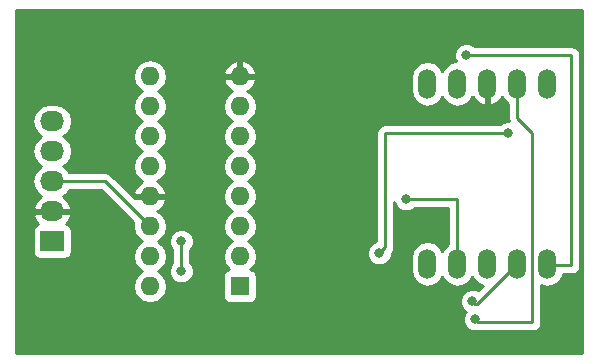
<source format=gbl>
G04 #@! TF.GenerationSoftware,KiCad,Pcbnew,(2017-01-24 revision 0b6147e)-makepkg*
G04 #@! TF.CreationDate,2017-01-27T23:50:26+05:30*
G04 #@! TF.ProjectId,7segment,377365676D656E742E6B696361645F70,0.01*
G04 #@! TF.FileFunction,Copper,L2,Bot,Signal*
G04 #@! TF.FilePolarity,Positive*
%FSLAX46Y46*%
G04 Gerber Fmt 4.6, Leading zero omitted, Abs format (unit mm)*
G04 Created by KiCad (PCBNEW (2017-01-24 revision 0b6147e)-makepkg) date 01/27/17 23:50:26*
%MOMM*%
%LPD*%
G01*
G04 APERTURE LIST*
%ADD10C,0.100000*%
%ADD11O,1.524000X2.524000*%
%ADD12O,1.600000X1.600000*%
%ADD13R,1.600000X1.600000*%
%ADD14O,2.032000X1.727200*%
%ADD15R,2.032000X1.727200*%
%ADD16C,0.800000*%
%ADD17C,0.250000*%
%ADD18C,0.254000*%
G04 APERTURE END LIST*
D10*
D11*
X144780000Y-83185000D03*
X147320000Y-83185000D03*
X149860000Y-83185000D03*
X152400000Y-83185000D03*
X154940000Y-83185000D03*
X154940000Y-98425000D03*
X152400000Y-98425000D03*
X149860000Y-98425000D03*
X147320000Y-98425000D03*
X144780000Y-98425000D03*
D12*
X121285000Y-100330000D03*
X128905000Y-82550000D03*
X121285000Y-97790000D03*
X128905000Y-85090000D03*
X121285000Y-95250000D03*
X128905000Y-87630000D03*
X121285000Y-92710000D03*
X128905000Y-90170000D03*
X121285000Y-90170000D03*
X128905000Y-92710000D03*
X121285000Y-87630000D03*
X128905000Y-95250000D03*
X121285000Y-85090000D03*
X128905000Y-97790000D03*
X121285000Y-82550000D03*
D13*
X128905000Y-100330000D03*
D14*
X113030000Y-86360000D03*
X113030000Y-88900000D03*
X113030000Y-91440000D03*
X113030000Y-93980000D03*
D15*
X113030000Y-96520000D03*
D16*
X123952000Y-99060000D03*
X123952000Y-96520000D03*
X148082000Y-80772000D03*
X143002000Y-92964000D03*
X148590000Y-101600000D03*
X151638000Y-87376000D03*
X140716000Y-97536000D03*
X148844000Y-103124000D03*
D17*
X113030000Y-91440000D02*
X117475000Y-91440000D01*
X117475000Y-91440000D02*
X121285000Y-95250000D01*
X123952000Y-96520000D02*
X123952000Y-99060000D01*
X148082000Y-80772000D02*
X156972000Y-80772000D01*
X156972000Y-80772000D02*
X156972000Y-96520000D01*
X156972000Y-96520000D02*
X156972000Y-98552000D01*
X156972000Y-98552000D02*
X155067000Y-98552000D01*
X155067000Y-98552000D02*
X154940000Y-98425000D01*
X154940000Y-98425000D02*
X154940000Y-97790000D01*
X147320000Y-92964000D02*
X147320000Y-98425000D01*
X143002000Y-92964000D02*
X147320000Y-92964000D01*
X148971000Y-101854000D02*
X152400000Y-98425000D01*
X148844000Y-101854000D02*
X148971000Y-101854000D01*
X148590000Y-101600000D02*
X148844000Y-101854000D01*
X152400000Y-98425000D02*
X152400000Y-97790000D01*
X140716000Y-97536000D02*
X141224000Y-97028000D01*
X141224000Y-97028000D02*
X141224000Y-87376000D01*
X141224000Y-87376000D02*
X151638000Y-87376000D01*
X152400000Y-86106000D02*
X152400000Y-83185000D01*
X153670000Y-87376000D02*
X152400000Y-86106000D01*
X153670000Y-103378000D02*
X153670000Y-87376000D01*
X149098000Y-103378000D02*
X153670000Y-103378000D01*
X148844000Y-103124000D02*
X149098000Y-103378000D01*
D18*
G36*
X157861000Y-105970000D02*
X109930000Y-105970000D01*
X109930000Y-95656400D01*
X111366560Y-95656400D01*
X111366560Y-97383600D01*
X111415843Y-97631365D01*
X111556191Y-97841409D01*
X111766235Y-97981757D01*
X112014000Y-98031040D01*
X114046000Y-98031040D01*
X114293765Y-97981757D01*
X114503809Y-97841409D01*
X114644157Y-97631365D01*
X114693440Y-97383600D01*
X114693440Y-95656400D01*
X114644157Y-95408635D01*
X114503809Y-95198591D01*
X114293765Y-95058243D01*
X114203590Y-95040306D01*
X114380732Y-94882036D01*
X114634709Y-94354791D01*
X114637358Y-94339026D01*
X114516217Y-94107000D01*
X113157000Y-94107000D01*
X113157000Y-94127000D01*
X112903000Y-94127000D01*
X112903000Y-94107000D01*
X111543783Y-94107000D01*
X111422642Y-94339026D01*
X111425291Y-94354791D01*
X111679268Y-94882036D01*
X111856410Y-95040306D01*
X111766235Y-95058243D01*
X111556191Y-95198591D01*
X111415843Y-95408635D01*
X111366560Y-95656400D01*
X109930000Y-95656400D01*
X109930000Y-86360000D01*
X111346655Y-86360000D01*
X111460729Y-86933489D01*
X111785585Y-87419670D01*
X112100366Y-87630000D01*
X111785585Y-87840330D01*
X111460729Y-88326511D01*
X111346655Y-88900000D01*
X111460729Y-89473489D01*
X111785585Y-89959670D01*
X112100366Y-90170000D01*
X111785585Y-90380330D01*
X111460729Y-90866511D01*
X111346655Y-91440000D01*
X111460729Y-92013489D01*
X111785585Y-92499670D01*
X112095069Y-92706461D01*
X111679268Y-93077964D01*
X111425291Y-93605209D01*
X111422642Y-93620974D01*
X111543783Y-93853000D01*
X112903000Y-93853000D01*
X112903000Y-93833000D01*
X113157000Y-93833000D01*
X113157000Y-93853000D01*
X114516217Y-93853000D01*
X114637358Y-93620974D01*
X114634709Y-93605209D01*
X114380732Y-93077964D01*
X113964931Y-92706461D01*
X114274415Y-92499670D01*
X114474648Y-92200000D01*
X117160198Y-92200000D01*
X119886312Y-94926114D01*
X119821887Y-95250000D01*
X119931120Y-95799151D01*
X120242189Y-96264698D01*
X120624275Y-96520000D01*
X120242189Y-96775302D01*
X119931120Y-97240849D01*
X119821887Y-97790000D01*
X119931120Y-98339151D01*
X120242189Y-98804698D01*
X120624275Y-99060000D01*
X120242189Y-99315302D01*
X119931120Y-99780849D01*
X119821887Y-100330000D01*
X119931120Y-100879151D01*
X120242189Y-101344698D01*
X120707736Y-101655767D01*
X121256887Y-101765000D01*
X121313113Y-101765000D01*
X121862264Y-101655767D01*
X122327811Y-101344698D01*
X122638880Y-100879151D01*
X122748113Y-100330000D01*
X122638880Y-99780849D01*
X122327811Y-99315302D01*
X121945725Y-99060000D01*
X122327811Y-98804698D01*
X122638880Y-98339151D01*
X122748113Y-97790000D01*
X122638880Y-97240849D01*
X122327811Y-96775302D01*
X122252486Y-96724971D01*
X122916821Y-96724971D01*
X123074058Y-97105515D01*
X123192000Y-97223663D01*
X123192000Y-98356239D01*
X123075081Y-98472954D01*
X122917180Y-98853223D01*
X122916821Y-99264971D01*
X123074058Y-99645515D01*
X123364954Y-99936919D01*
X123745223Y-100094820D01*
X124156971Y-100095179D01*
X124537515Y-99937942D01*
X124828919Y-99647046D01*
X124986820Y-99266777D01*
X124987179Y-98855029D01*
X124829942Y-98474485D01*
X124712000Y-98356337D01*
X124712000Y-97223761D01*
X124828919Y-97107046D01*
X124986820Y-96726777D01*
X124987179Y-96315029D01*
X124829942Y-95934485D01*
X124539046Y-95643081D01*
X124158777Y-95485180D01*
X123747029Y-95484821D01*
X123366485Y-95642058D01*
X123075081Y-95932954D01*
X122917180Y-96313223D01*
X122916821Y-96724971D01*
X122252486Y-96724971D01*
X121945725Y-96520000D01*
X122327811Y-96264698D01*
X122638880Y-95799151D01*
X122748113Y-95250000D01*
X122638880Y-94700849D01*
X122327811Y-94235302D01*
X121923297Y-93965014D01*
X122140134Y-93862389D01*
X122516041Y-93447423D01*
X122676904Y-93059039D01*
X122554915Y-92837000D01*
X121412000Y-92837000D01*
X121412000Y-92857000D01*
X121158000Y-92857000D01*
X121158000Y-92837000D01*
X120015085Y-92837000D01*
X119990873Y-92881071D01*
X118012401Y-90902599D01*
X117765839Y-90737852D01*
X117475000Y-90680000D01*
X114474648Y-90680000D01*
X114274415Y-90380330D01*
X113959634Y-90170000D01*
X114274415Y-89959670D01*
X114599271Y-89473489D01*
X114713345Y-88900000D01*
X114599271Y-88326511D01*
X114274415Y-87840330D01*
X113959634Y-87630000D01*
X114274415Y-87419670D01*
X114599271Y-86933489D01*
X114713345Y-86360000D01*
X114599271Y-85786511D01*
X114274415Y-85300330D01*
X113788234Y-84975474D01*
X113214745Y-84861400D01*
X112845255Y-84861400D01*
X112271766Y-84975474D01*
X111785585Y-85300330D01*
X111460729Y-85786511D01*
X111346655Y-86360000D01*
X109930000Y-86360000D01*
X109930000Y-82550000D01*
X119821887Y-82550000D01*
X119931120Y-83099151D01*
X120242189Y-83564698D01*
X120624275Y-83820000D01*
X120242189Y-84075302D01*
X119931120Y-84540849D01*
X119821887Y-85090000D01*
X119931120Y-85639151D01*
X120242189Y-86104698D01*
X120624275Y-86360000D01*
X120242189Y-86615302D01*
X119931120Y-87080849D01*
X119821887Y-87630000D01*
X119931120Y-88179151D01*
X120242189Y-88644698D01*
X120624275Y-88900000D01*
X120242189Y-89155302D01*
X119931120Y-89620849D01*
X119821887Y-90170000D01*
X119931120Y-90719151D01*
X120242189Y-91184698D01*
X120646703Y-91454986D01*
X120429866Y-91557611D01*
X120053959Y-91972577D01*
X119893096Y-92360961D01*
X120015085Y-92583000D01*
X121158000Y-92583000D01*
X121158000Y-92563000D01*
X121412000Y-92563000D01*
X121412000Y-92583000D01*
X122554915Y-92583000D01*
X122676904Y-92360961D01*
X122516041Y-91972577D01*
X122140134Y-91557611D01*
X121923297Y-91454986D01*
X122327811Y-91184698D01*
X122638880Y-90719151D01*
X122748113Y-90170000D01*
X122638880Y-89620849D01*
X122327811Y-89155302D01*
X121945725Y-88900000D01*
X122327811Y-88644698D01*
X122638880Y-88179151D01*
X122748113Y-87630000D01*
X122638880Y-87080849D01*
X122327811Y-86615302D01*
X121945725Y-86360000D01*
X122327811Y-86104698D01*
X122638880Y-85639151D01*
X122748113Y-85090000D01*
X127441887Y-85090000D01*
X127551120Y-85639151D01*
X127862189Y-86104698D01*
X128244275Y-86360000D01*
X127862189Y-86615302D01*
X127551120Y-87080849D01*
X127441887Y-87630000D01*
X127551120Y-88179151D01*
X127862189Y-88644698D01*
X128244275Y-88900000D01*
X127862189Y-89155302D01*
X127551120Y-89620849D01*
X127441887Y-90170000D01*
X127551120Y-90719151D01*
X127862189Y-91184698D01*
X128244275Y-91440000D01*
X127862189Y-91695302D01*
X127551120Y-92160849D01*
X127441887Y-92710000D01*
X127551120Y-93259151D01*
X127862189Y-93724698D01*
X128244275Y-93980000D01*
X127862189Y-94235302D01*
X127551120Y-94700849D01*
X127441887Y-95250000D01*
X127551120Y-95799151D01*
X127862189Y-96264698D01*
X128244275Y-96520000D01*
X127862189Y-96775302D01*
X127551120Y-97240849D01*
X127441887Y-97790000D01*
X127551120Y-98339151D01*
X127862189Y-98804698D01*
X128007687Y-98901917D01*
X127857235Y-98931843D01*
X127647191Y-99072191D01*
X127506843Y-99282235D01*
X127457560Y-99530000D01*
X127457560Y-101130000D01*
X127506843Y-101377765D01*
X127647191Y-101587809D01*
X127857235Y-101728157D01*
X128105000Y-101777440D01*
X129705000Y-101777440D01*
X129952765Y-101728157D01*
X130162809Y-101587809D01*
X130303157Y-101377765D01*
X130352440Y-101130000D01*
X130352440Y-99530000D01*
X130303157Y-99282235D01*
X130162809Y-99072191D01*
X129952765Y-98931843D01*
X129802313Y-98901917D01*
X129947811Y-98804698D01*
X130258880Y-98339151D01*
X130368113Y-97790000D01*
X130358361Y-97740971D01*
X139680821Y-97740971D01*
X139838058Y-98121515D01*
X140128954Y-98412919D01*
X140509223Y-98570820D01*
X140920971Y-98571179D01*
X141301515Y-98413942D01*
X141592919Y-98123046D01*
X141750820Y-97742777D01*
X141750966Y-97575836D01*
X141761401Y-97565401D01*
X141882876Y-97383600D01*
X141926148Y-97318839D01*
X141984000Y-97028000D01*
X141984000Y-93210548D01*
X142124058Y-93549515D01*
X142414954Y-93840919D01*
X142795223Y-93998820D01*
X143206971Y-93999179D01*
X143587515Y-93841942D01*
X143705663Y-93724000D01*
X146560000Y-93724000D01*
X146560000Y-96747778D01*
X146332172Y-96900008D01*
X146050000Y-97322307D01*
X145767828Y-96900008D01*
X145314609Y-96597176D01*
X144780000Y-96490836D01*
X144245391Y-96597176D01*
X143792172Y-96900008D01*
X143489340Y-97353227D01*
X143383000Y-97887836D01*
X143383000Y-98962164D01*
X143489340Y-99496773D01*
X143792172Y-99949992D01*
X144245391Y-100252824D01*
X144780000Y-100359164D01*
X145314609Y-100252824D01*
X145767828Y-99949992D01*
X146050000Y-99527693D01*
X146332172Y-99949992D01*
X146785391Y-100252824D01*
X147320000Y-100359164D01*
X147854609Y-100252824D01*
X148307828Y-99949992D01*
X148590000Y-99527693D01*
X148872172Y-99949992D01*
X149325391Y-100252824D01*
X149468840Y-100281358D01*
X149071107Y-100679091D01*
X148796777Y-100565180D01*
X148385029Y-100564821D01*
X148004485Y-100722058D01*
X147713081Y-101012954D01*
X147555180Y-101393223D01*
X147554821Y-101804971D01*
X147712058Y-102185515D01*
X148002954Y-102476919D01*
X148020092Y-102484035D01*
X147967081Y-102536954D01*
X147809180Y-102917223D01*
X147808821Y-103328971D01*
X147966058Y-103709515D01*
X148256954Y-104000919D01*
X148637223Y-104158820D01*
X149048971Y-104159179D01*
X149100228Y-104138000D01*
X153670000Y-104138000D01*
X153960839Y-104080148D01*
X154207401Y-103915401D01*
X154372148Y-103668839D01*
X154430000Y-103378000D01*
X154430000Y-100257719D01*
X154940000Y-100359164D01*
X155474609Y-100252824D01*
X155927828Y-99949992D01*
X156230660Y-99496773D01*
X156267414Y-99312000D01*
X156972000Y-99312000D01*
X157262839Y-99254148D01*
X157509401Y-99089401D01*
X157674148Y-98842839D01*
X157732000Y-98552000D01*
X157732000Y-80772000D01*
X157674148Y-80481161D01*
X157509401Y-80234599D01*
X157262839Y-80069852D01*
X156972000Y-80012000D01*
X148785761Y-80012000D01*
X148669046Y-79895081D01*
X148288777Y-79737180D01*
X147877029Y-79736821D01*
X147496485Y-79894058D01*
X147205081Y-80184954D01*
X147047180Y-80565223D01*
X147046821Y-80976971D01*
X147172132Y-81280249D01*
X146785391Y-81357176D01*
X146332172Y-81660008D01*
X146050000Y-82082307D01*
X145767828Y-81660008D01*
X145314609Y-81357176D01*
X144780000Y-81250836D01*
X144245391Y-81357176D01*
X143792172Y-81660008D01*
X143489340Y-82113227D01*
X143383000Y-82647836D01*
X143383000Y-83722164D01*
X143489340Y-84256773D01*
X143792172Y-84709992D01*
X144245391Y-85012824D01*
X144780000Y-85119164D01*
X145314609Y-85012824D01*
X145767828Y-84709992D01*
X146050000Y-84287693D01*
X146332172Y-84709992D01*
X146785391Y-85012824D01*
X147320000Y-85119164D01*
X147854609Y-85012824D01*
X148307828Y-84709992D01*
X148599298Y-84273778D01*
X148617941Y-84336941D01*
X148961974Y-84762630D01*
X149442723Y-85024260D01*
X149516930Y-85039220D01*
X149733000Y-84916720D01*
X149733000Y-83312000D01*
X149713000Y-83312000D01*
X149713000Y-83058000D01*
X149733000Y-83058000D01*
X149733000Y-83038000D01*
X149987000Y-83038000D01*
X149987000Y-83058000D01*
X150007000Y-83058000D01*
X150007000Y-83312000D01*
X149987000Y-83312000D01*
X149987000Y-84916720D01*
X150203070Y-85039220D01*
X150277277Y-85024260D01*
X150758026Y-84762630D01*
X151102059Y-84336941D01*
X151120702Y-84273778D01*
X151412172Y-84709992D01*
X151640000Y-84862222D01*
X151640000Y-86106000D01*
X151686753Y-86341042D01*
X151433029Y-86340821D01*
X151052485Y-86498058D01*
X150934337Y-86616000D01*
X141224000Y-86616000D01*
X140933161Y-86673852D01*
X140686599Y-86838599D01*
X140521852Y-87085161D01*
X140464000Y-87376000D01*
X140464000Y-96520253D01*
X140130485Y-96658058D01*
X139839081Y-96948954D01*
X139681180Y-97329223D01*
X139680821Y-97740971D01*
X130358361Y-97740971D01*
X130258880Y-97240849D01*
X129947811Y-96775302D01*
X129565725Y-96520000D01*
X129947811Y-96264698D01*
X130258880Y-95799151D01*
X130368113Y-95250000D01*
X130258880Y-94700849D01*
X129947811Y-94235302D01*
X129565725Y-93980000D01*
X129947811Y-93724698D01*
X130258880Y-93259151D01*
X130368113Y-92710000D01*
X130258880Y-92160849D01*
X129947811Y-91695302D01*
X129565725Y-91440000D01*
X129947811Y-91184698D01*
X130258880Y-90719151D01*
X130368113Y-90170000D01*
X130258880Y-89620849D01*
X129947811Y-89155302D01*
X129565725Y-88900000D01*
X129947811Y-88644698D01*
X130258880Y-88179151D01*
X130368113Y-87630000D01*
X130258880Y-87080849D01*
X129947811Y-86615302D01*
X129565725Y-86360000D01*
X129947811Y-86104698D01*
X130258880Y-85639151D01*
X130368113Y-85090000D01*
X130258880Y-84540849D01*
X129947811Y-84075302D01*
X129543297Y-83805014D01*
X129760134Y-83702389D01*
X130136041Y-83287423D01*
X130296904Y-82899039D01*
X130174915Y-82677000D01*
X129032000Y-82677000D01*
X129032000Y-82697000D01*
X128778000Y-82697000D01*
X128778000Y-82677000D01*
X127635085Y-82677000D01*
X127513096Y-82899039D01*
X127673959Y-83287423D01*
X128049866Y-83702389D01*
X128266703Y-83805014D01*
X127862189Y-84075302D01*
X127551120Y-84540849D01*
X127441887Y-85090000D01*
X122748113Y-85090000D01*
X122638880Y-84540849D01*
X122327811Y-84075302D01*
X121945725Y-83820000D01*
X122327811Y-83564698D01*
X122638880Y-83099151D01*
X122748113Y-82550000D01*
X122678685Y-82200961D01*
X127513096Y-82200961D01*
X127635085Y-82423000D01*
X128778000Y-82423000D01*
X128778000Y-81279371D01*
X129032000Y-81279371D01*
X129032000Y-82423000D01*
X130174915Y-82423000D01*
X130296904Y-82200961D01*
X130136041Y-81812577D01*
X129760134Y-81397611D01*
X129254041Y-81158086D01*
X129032000Y-81279371D01*
X128778000Y-81279371D01*
X128555959Y-81158086D01*
X128049866Y-81397611D01*
X127673959Y-81812577D01*
X127513096Y-82200961D01*
X122678685Y-82200961D01*
X122638880Y-82000849D01*
X122327811Y-81535302D01*
X121862264Y-81224233D01*
X121313113Y-81115000D01*
X121256887Y-81115000D01*
X120707736Y-81224233D01*
X120242189Y-81535302D01*
X119931120Y-82000849D01*
X119821887Y-82550000D01*
X109930000Y-82550000D01*
X109930000Y-76910000D01*
X157861000Y-76910000D01*
X157861000Y-105970000D01*
X157861000Y-105970000D01*
G37*
X157861000Y-105970000D02*
X109930000Y-105970000D01*
X109930000Y-95656400D01*
X111366560Y-95656400D01*
X111366560Y-97383600D01*
X111415843Y-97631365D01*
X111556191Y-97841409D01*
X111766235Y-97981757D01*
X112014000Y-98031040D01*
X114046000Y-98031040D01*
X114293765Y-97981757D01*
X114503809Y-97841409D01*
X114644157Y-97631365D01*
X114693440Y-97383600D01*
X114693440Y-95656400D01*
X114644157Y-95408635D01*
X114503809Y-95198591D01*
X114293765Y-95058243D01*
X114203590Y-95040306D01*
X114380732Y-94882036D01*
X114634709Y-94354791D01*
X114637358Y-94339026D01*
X114516217Y-94107000D01*
X113157000Y-94107000D01*
X113157000Y-94127000D01*
X112903000Y-94127000D01*
X112903000Y-94107000D01*
X111543783Y-94107000D01*
X111422642Y-94339026D01*
X111425291Y-94354791D01*
X111679268Y-94882036D01*
X111856410Y-95040306D01*
X111766235Y-95058243D01*
X111556191Y-95198591D01*
X111415843Y-95408635D01*
X111366560Y-95656400D01*
X109930000Y-95656400D01*
X109930000Y-86360000D01*
X111346655Y-86360000D01*
X111460729Y-86933489D01*
X111785585Y-87419670D01*
X112100366Y-87630000D01*
X111785585Y-87840330D01*
X111460729Y-88326511D01*
X111346655Y-88900000D01*
X111460729Y-89473489D01*
X111785585Y-89959670D01*
X112100366Y-90170000D01*
X111785585Y-90380330D01*
X111460729Y-90866511D01*
X111346655Y-91440000D01*
X111460729Y-92013489D01*
X111785585Y-92499670D01*
X112095069Y-92706461D01*
X111679268Y-93077964D01*
X111425291Y-93605209D01*
X111422642Y-93620974D01*
X111543783Y-93853000D01*
X112903000Y-93853000D01*
X112903000Y-93833000D01*
X113157000Y-93833000D01*
X113157000Y-93853000D01*
X114516217Y-93853000D01*
X114637358Y-93620974D01*
X114634709Y-93605209D01*
X114380732Y-93077964D01*
X113964931Y-92706461D01*
X114274415Y-92499670D01*
X114474648Y-92200000D01*
X117160198Y-92200000D01*
X119886312Y-94926114D01*
X119821887Y-95250000D01*
X119931120Y-95799151D01*
X120242189Y-96264698D01*
X120624275Y-96520000D01*
X120242189Y-96775302D01*
X119931120Y-97240849D01*
X119821887Y-97790000D01*
X119931120Y-98339151D01*
X120242189Y-98804698D01*
X120624275Y-99060000D01*
X120242189Y-99315302D01*
X119931120Y-99780849D01*
X119821887Y-100330000D01*
X119931120Y-100879151D01*
X120242189Y-101344698D01*
X120707736Y-101655767D01*
X121256887Y-101765000D01*
X121313113Y-101765000D01*
X121862264Y-101655767D01*
X122327811Y-101344698D01*
X122638880Y-100879151D01*
X122748113Y-100330000D01*
X122638880Y-99780849D01*
X122327811Y-99315302D01*
X121945725Y-99060000D01*
X122327811Y-98804698D01*
X122638880Y-98339151D01*
X122748113Y-97790000D01*
X122638880Y-97240849D01*
X122327811Y-96775302D01*
X122252486Y-96724971D01*
X122916821Y-96724971D01*
X123074058Y-97105515D01*
X123192000Y-97223663D01*
X123192000Y-98356239D01*
X123075081Y-98472954D01*
X122917180Y-98853223D01*
X122916821Y-99264971D01*
X123074058Y-99645515D01*
X123364954Y-99936919D01*
X123745223Y-100094820D01*
X124156971Y-100095179D01*
X124537515Y-99937942D01*
X124828919Y-99647046D01*
X124986820Y-99266777D01*
X124987179Y-98855029D01*
X124829942Y-98474485D01*
X124712000Y-98356337D01*
X124712000Y-97223761D01*
X124828919Y-97107046D01*
X124986820Y-96726777D01*
X124987179Y-96315029D01*
X124829942Y-95934485D01*
X124539046Y-95643081D01*
X124158777Y-95485180D01*
X123747029Y-95484821D01*
X123366485Y-95642058D01*
X123075081Y-95932954D01*
X122917180Y-96313223D01*
X122916821Y-96724971D01*
X122252486Y-96724971D01*
X121945725Y-96520000D01*
X122327811Y-96264698D01*
X122638880Y-95799151D01*
X122748113Y-95250000D01*
X122638880Y-94700849D01*
X122327811Y-94235302D01*
X121923297Y-93965014D01*
X122140134Y-93862389D01*
X122516041Y-93447423D01*
X122676904Y-93059039D01*
X122554915Y-92837000D01*
X121412000Y-92837000D01*
X121412000Y-92857000D01*
X121158000Y-92857000D01*
X121158000Y-92837000D01*
X120015085Y-92837000D01*
X119990873Y-92881071D01*
X118012401Y-90902599D01*
X117765839Y-90737852D01*
X117475000Y-90680000D01*
X114474648Y-90680000D01*
X114274415Y-90380330D01*
X113959634Y-90170000D01*
X114274415Y-89959670D01*
X114599271Y-89473489D01*
X114713345Y-88900000D01*
X114599271Y-88326511D01*
X114274415Y-87840330D01*
X113959634Y-87630000D01*
X114274415Y-87419670D01*
X114599271Y-86933489D01*
X114713345Y-86360000D01*
X114599271Y-85786511D01*
X114274415Y-85300330D01*
X113788234Y-84975474D01*
X113214745Y-84861400D01*
X112845255Y-84861400D01*
X112271766Y-84975474D01*
X111785585Y-85300330D01*
X111460729Y-85786511D01*
X111346655Y-86360000D01*
X109930000Y-86360000D01*
X109930000Y-82550000D01*
X119821887Y-82550000D01*
X119931120Y-83099151D01*
X120242189Y-83564698D01*
X120624275Y-83820000D01*
X120242189Y-84075302D01*
X119931120Y-84540849D01*
X119821887Y-85090000D01*
X119931120Y-85639151D01*
X120242189Y-86104698D01*
X120624275Y-86360000D01*
X120242189Y-86615302D01*
X119931120Y-87080849D01*
X119821887Y-87630000D01*
X119931120Y-88179151D01*
X120242189Y-88644698D01*
X120624275Y-88900000D01*
X120242189Y-89155302D01*
X119931120Y-89620849D01*
X119821887Y-90170000D01*
X119931120Y-90719151D01*
X120242189Y-91184698D01*
X120646703Y-91454986D01*
X120429866Y-91557611D01*
X120053959Y-91972577D01*
X119893096Y-92360961D01*
X120015085Y-92583000D01*
X121158000Y-92583000D01*
X121158000Y-92563000D01*
X121412000Y-92563000D01*
X121412000Y-92583000D01*
X122554915Y-92583000D01*
X122676904Y-92360961D01*
X122516041Y-91972577D01*
X122140134Y-91557611D01*
X121923297Y-91454986D01*
X122327811Y-91184698D01*
X122638880Y-90719151D01*
X122748113Y-90170000D01*
X122638880Y-89620849D01*
X122327811Y-89155302D01*
X121945725Y-88900000D01*
X122327811Y-88644698D01*
X122638880Y-88179151D01*
X122748113Y-87630000D01*
X122638880Y-87080849D01*
X122327811Y-86615302D01*
X121945725Y-86360000D01*
X122327811Y-86104698D01*
X122638880Y-85639151D01*
X122748113Y-85090000D01*
X127441887Y-85090000D01*
X127551120Y-85639151D01*
X127862189Y-86104698D01*
X128244275Y-86360000D01*
X127862189Y-86615302D01*
X127551120Y-87080849D01*
X127441887Y-87630000D01*
X127551120Y-88179151D01*
X127862189Y-88644698D01*
X128244275Y-88900000D01*
X127862189Y-89155302D01*
X127551120Y-89620849D01*
X127441887Y-90170000D01*
X127551120Y-90719151D01*
X127862189Y-91184698D01*
X128244275Y-91440000D01*
X127862189Y-91695302D01*
X127551120Y-92160849D01*
X127441887Y-92710000D01*
X127551120Y-93259151D01*
X127862189Y-93724698D01*
X128244275Y-93980000D01*
X127862189Y-94235302D01*
X127551120Y-94700849D01*
X127441887Y-95250000D01*
X127551120Y-95799151D01*
X127862189Y-96264698D01*
X128244275Y-96520000D01*
X127862189Y-96775302D01*
X127551120Y-97240849D01*
X127441887Y-97790000D01*
X127551120Y-98339151D01*
X127862189Y-98804698D01*
X128007687Y-98901917D01*
X127857235Y-98931843D01*
X127647191Y-99072191D01*
X127506843Y-99282235D01*
X127457560Y-99530000D01*
X127457560Y-101130000D01*
X127506843Y-101377765D01*
X127647191Y-101587809D01*
X127857235Y-101728157D01*
X128105000Y-101777440D01*
X129705000Y-101777440D01*
X129952765Y-101728157D01*
X130162809Y-101587809D01*
X130303157Y-101377765D01*
X130352440Y-101130000D01*
X130352440Y-99530000D01*
X130303157Y-99282235D01*
X130162809Y-99072191D01*
X129952765Y-98931843D01*
X129802313Y-98901917D01*
X129947811Y-98804698D01*
X130258880Y-98339151D01*
X130368113Y-97790000D01*
X130358361Y-97740971D01*
X139680821Y-97740971D01*
X139838058Y-98121515D01*
X140128954Y-98412919D01*
X140509223Y-98570820D01*
X140920971Y-98571179D01*
X141301515Y-98413942D01*
X141592919Y-98123046D01*
X141750820Y-97742777D01*
X141750966Y-97575836D01*
X141761401Y-97565401D01*
X141882876Y-97383600D01*
X141926148Y-97318839D01*
X141984000Y-97028000D01*
X141984000Y-93210548D01*
X142124058Y-93549515D01*
X142414954Y-93840919D01*
X142795223Y-93998820D01*
X143206971Y-93999179D01*
X143587515Y-93841942D01*
X143705663Y-93724000D01*
X146560000Y-93724000D01*
X146560000Y-96747778D01*
X146332172Y-96900008D01*
X146050000Y-97322307D01*
X145767828Y-96900008D01*
X145314609Y-96597176D01*
X144780000Y-96490836D01*
X144245391Y-96597176D01*
X143792172Y-96900008D01*
X143489340Y-97353227D01*
X143383000Y-97887836D01*
X143383000Y-98962164D01*
X143489340Y-99496773D01*
X143792172Y-99949992D01*
X144245391Y-100252824D01*
X144780000Y-100359164D01*
X145314609Y-100252824D01*
X145767828Y-99949992D01*
X146050000Y-99527693D01*
X146332172Y-99949992D01*
X146785391Y-100252824D01*
X147320000Y-100359164D01*
X147854609Y-100252824D01*
X148307828Y-99949992D01*
X148590000Y-99527693D01*
X148872172Y-99949992D01*
X149325391Y-100252824D01*
X149468840Y-100281358D01*
X149071107Y-100679091D01*
X148796777Y-100565180D01*
X148385029Y-100564821D01*
X148004485Y-100722058D01*
X147713081Y-101012954D01*
X147555180Y-101393223D01*
X147554821Y-101804971D01*
X147712058Y-102185515D01*
X148002954Y-102476919D01*
X148020092Y-102484035D01*
X147967081Y-102536954D01*
X147809180Y-102917223D01*
X147808821Y-103328971D01*
X147966058Y-103709515D01*
X148256954Y-104000919D01*
X148637223Y-104158820D01*
X149048971Y-104159179D01*
X149100228Y-104138000D01*
X153670000Y-104138000D01*
X153960839Y-104080148D01*
X154207401Y-103915401D01*
X154372148Y-103668839D01*
X154430000Y-103378000D01*
X154430000Y-100257719D01*
X154940000Y-100359164D01*
X155474609Y-100252824D01*
X155927828Y-99949992D01*
X156230660Y-99496773D01*
X156267414Y-99312000D01*
X156972000Y-99312000D01*
X157262839Y-99254148D01*
X157509401Y-99089401D01*
X157674148Y-98842839D01*
X157732000Y-98552000D01*
X157732000Y-80772000D01*
X157674148Y-80481161D01*
X157509401Y-80234599D01*
X157262839Y-80069852D01*
X156972000Y-80012000D01*
X148785761Y-80012000D01*
X148669046Y-79895081D01*
X148288777Y-79737180D01*
X147877029Y-79736821D01*
X147496485Y-79894058D01*
X147205081Y-80184954D01*
X147047180Y-80565223D01*
X147046821Y-80976971D01*
X147172132Y-81280249D01*
X146785391Y-81357176D01*
X146332172Y-81660008D01*
X146050000Y-82082307D01*
X145767828Y-81660008D01*
X145314609Y-81357176D01*
X144780000Y-81250836D01*
X144245391Y-81357176D01*
X143792172Y-81660008D01*
X143489340Y-82113227D01*
X143383000Y-82647836D01*
X143383000Y-83722164D01*
X143489340Y-84256773D01*
X143792172Y-84709992D01*
X144245391Y-85012824D01*
X144780000Y-85119164D01*
X145314609Y-85012824D01*
X145767828Y-84709992D01*
X146050000Y-84287693D01*
X146332172Y-84709992D01*
X146785391Y-85012824D01*
X147320000Y-85119164D01*
X147854609Y-85012824D01*
X148307828Y-84709992D01*
X148599298Y-84273778D01*
X148617941Y-84336941D01*
X148961974Y-84762630D01*
X149442723Y-85024260D01*
X149516930Y-85039220D01*
X149733000Y-84916720D01*
X149733000Y-83312000D01*
X149713000Y-83312000D01*
X149713000Y-83058000D01*
X149733000Y-83058000D01*
X149733000Y-83038000D01*
X149987000Y-83038000D01*
X149987000Y-83058000D01*
X150007000Y-83058000D01*
X150007000Y-83312000D01*
X149987000Y-83312000D01*
X149987000Y-84916720D01*
X150203070Y-85039220D01*
X150277277Y-85024260D01*
X150758026Y-84762630D01*
X151102059Y-84336941D01*
X151120702Y-84273778D01*
X151412172Y-84709992D01*
X151640000Y-84862222D01*
X151640000Y-86106000D01*
X151686753Y-86341042D01*
X151433029Y-86340821D01*
X151052485Y-86498058D01*
X150934337Y-86616000D01*
X141224000Y-86616000D01*
X140933161Y-86673852D01*
X140686599Y-86838599D01*
X140521852Y-87085161D01*
X140464000Y-87376000D01*
X140464000Y-96520253D01*
X140130485Y-96658058D01*
X139839081Y-96948954D01*
X139681180Y-97329223D01*
X139680821Y-97740971D01*
X130358361Y-97740971D01*
X130258880Y-97240849D01*
X129947811Y-96775302D01*
X129565725Y-96520000D01*
X129947811Y-96264698D01*
X130258880Y-95799151D01*
X130368113Y-95250000D01*
X130258880Y-94700849D01*
X129947811Y-94235302D01*
X129565725Y-93980000D01*
X129947811Y-93724698D01*
X130258880Y-93259151D01*
X130368113Y-92710000D01*
X130258880Y-92160849D01*
X129947811Y-91695302D01*
X129565725Y-91440000D01*
X129947811Y-91184698D01*
X130258880Y-90719151D01*
X130368113Y-90170000D01*
X130258880Y-89620849D01*
X129947811Y-89155302D01*
X129565725Y-88900000D01*
X129947811Y-88644698D01*
X130258880Y-88179151D01*
X130368113Y-87630000D01*
X130258880Y-87080849D01*
X129947811Y-86615302D01*
X129565725Y-86360000D01*
X129947811Y-86104698D01*
X130258880Y-85639151D01*
X130368113Y-85090000D01*
X130258880Y-84540849D01*
X129947811Y-84075302D01*
X129543297Y-83805014D01*
X129760134Y-83702389D01*
X130136041Y-83287423D01*
X130296904Y-82899039D01*
X130174915Y-82677000D01*
X129032000Y-82677000D01*
X129032000Y-82697000D01*
X128778000Y-82697000D01*
X128778000Y-82677000D01*
X127635085Y-82677000D01*
X127513096Y-82899039D01*
X127673959Y-83287423D01*
X128049866Y-83702389D01*
X128266703Y-83805014D01*
X127862189Y-84075302D01*
X127551120Y-84540849D01*
X127441887Y-85090000D01*
X122748113Y-85090000D01*
X122638880Y-84540849D01*
X122327811Y-84075302D01*
X121945725Y-83820000D01*
X122327811Y-83564698D01*
X122638880Y-83099151D01*
X122748113Y-82550000D01*
X122678685Y-82200961D01*
X127513096Y-82200961D01*
X127635085Y-82423000D01*
X128778000Y-82423000D01*
X128778000Y-81279371D01*
X129032000Y-81279371D01*
X129032000Y-82423000D01*
X130174915Y-82423000D01*
X130296904Y-82200961D01*
X130136041Y-81812577D01*
X129760134Y-81397611D01*
X129254041Y-81158086D01*
X129032000Y-81279371D01*
X128778000Y-81279371D01*
X128555959Y-81158086D01*
X128049866Y-81397611D01*
X127673959Y-81812577D01*
X127513096Y-82200961D01*
X122678685Y-82200961D01*
X122638880Y-82000849D01*
X122327811Y-81535302D01*
X121862264Y-81224233D01*
X121313113Y-81115000D01*
X121256887Y-81115000D01*
X120707736Y-81224233D01*
X120242189Y-81535302D01*
X119931120Y-82000849D01*
X119821887Y-82550000D01*
X109930000Y-82550000D01*
X109930000Y-76910000D01*
X157861000Y-76910000D01*
X157861000Y-105970000D01*
M02*

</source>
